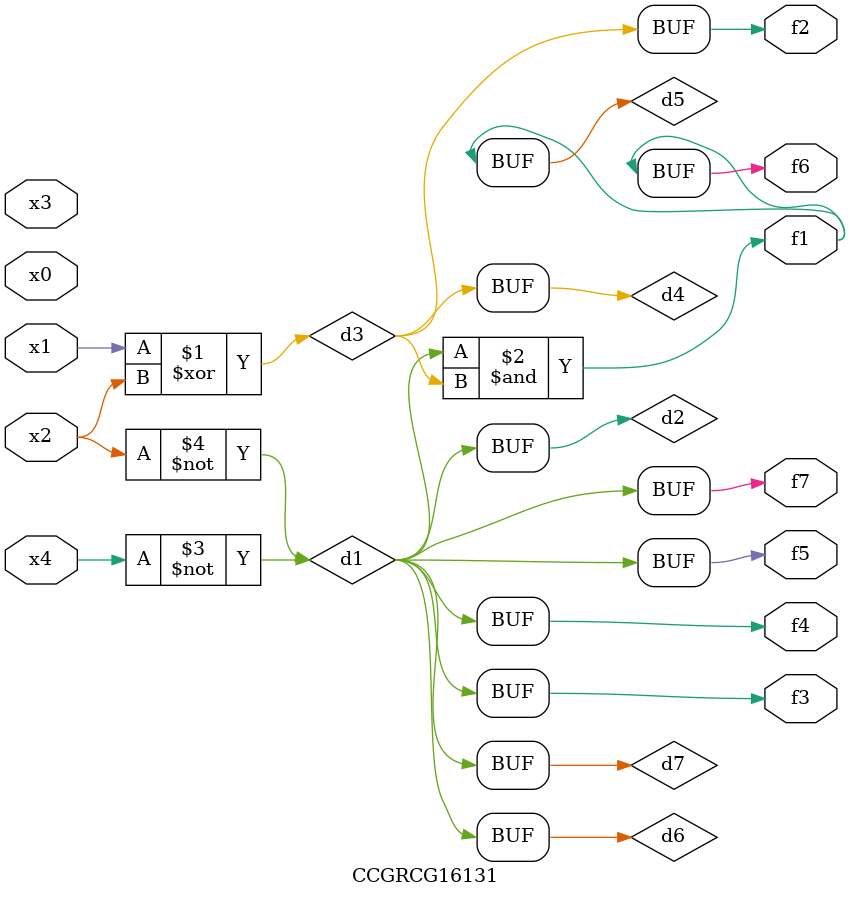
<source format=v>
module CCGRCG16131(
	input x0, x1, x2, x3, x4,
	output f1, f2, f3, f4, f5, f6, f7
);

	wire d1, d2, d3, d4, d5, d6, d7;

	not (d1, x4);
	not (d2, x2);
	xor (d3, x1, x2);
	buf (d4, d3);
	and (d5, d1, d3);
	buf (d6, d1, d2);
	buf (d7, d2);
	assign f1 = d5;
	assign f2 = d4;
	assign f3 = d7;
	assign f4 = d7;
	assign f5 = d7;
	assign f6 = d5;
	assign f7 = d7;
endmodule

</source>
